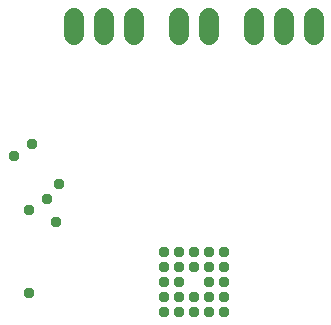
<source format=gbs>
G75*
%MOIN*%
%OFA0B0*%
%FSLAX25Y25*%
%IPPOS*%
%LPD*%
%AMOC8*
5,1,8,0,0,1.08239X$1,22.5*
%
%ADD10C,0.06737*%
%ADD11C,0.03778*%
D10*
X0031300Y0133331D02*
X0031300Y0139269D01*
X0041300Y0139269D02*
X0041300Y0133331D01*
X0051300Y0133331D02*
X0051300Y0139269D01*
X0066300Y0139269D02*
X0066300Y0133331D01*
X0076300Y0133331D02*
X0076300Y0139269D01*
X0091300Y0139269D02*
X0091300Y0133331D01*
X0101300Y0133331D02*
X0101300Y0139269D01*
X0111300Y0139269D02*
X0111300Y0133331D01*
D11*
X0016300Y0047560D03*
X0025300Y0071300D03*
X0022300Y0078689D03*
X0026300Y0083689D03*
X0016300Y0075040D03*
X0011300Y0093300D03*
X0017300Y0097300D03*
X0061300Y0061300D03*
X0061300Y0056300D03*
X0061300Y0051300D03*
X0061300Y0046300D03*
X0061300Y0041300D03*
X0066300Y0041300D03*
X0066300Y0046300D03*
X0066300Y0051300D03*
X0066300Y0056300D03*
X0066300Y0061300D03*
X0071300Y0061300D03*
X0071300Y0056300D03*
X0076300Y0056300D03*
X0076300Y0051300D03*
X0076300Y0046300D03*
X0076300Y0041300D03*
X0071300Y0041300D03*
X0071300Y0046300D03*
X0081300Y0046300D03*
X0081300Y0041300D03*
X0081300Y0051300D03*
X0081300Y0056300D03*
X0081300Y0061300D03*
X0076300Y0061300D03*
M02*

</source>
